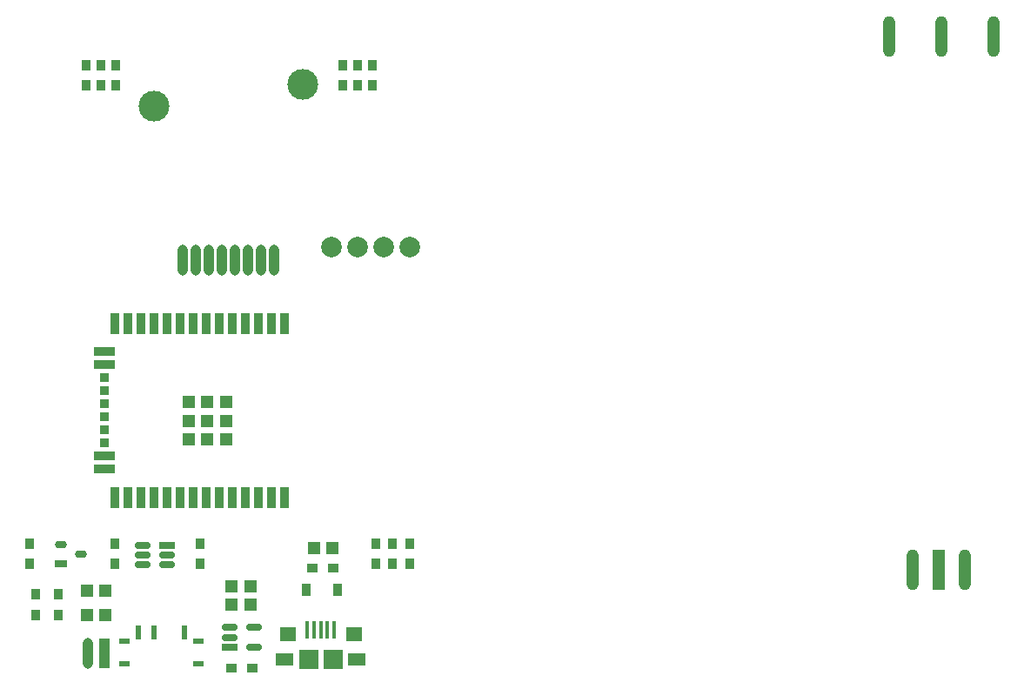
<source format=gbp>
G04*
G04 #@! TF.GenerationSoftware,Altium Limited,Altium Designer,21.2.1 (34)*
G04*
G04 Layer_Color=128*
%FSLAX43Y43*%
%MOMM*%
G71*
G04*
G04 #@! TF.SameCoordinates,D37F3DA0-8DBA-475A-B69E-14A0DF471598*
G04*
G04*
G04 #@! TF.FilePolarity,Positive*
G04*
G01*
G75*
%ADD17R,1.200X1.200*%
%ADD18R,1.900X1.900*%
%ADD19R,1.700X1.300*%
%ADD20R,1.600X1.400*%
%ADD21R,0.400X1.700*%
%ADD22R,1.300X1.300*%
%ADD23R,1.300X1.300*%
%ADD24R,0.900X2.000*%
%ADD25R,2.000X0.900*%
%ADD27R,1.000X0.950*%
%ADD33R,0.950X1.000*%
%ADD39O,1.200X4.000*%
%ADD73C,2.000*%
%ADD77R,1.200X4.000*%
%ADD78C,3.000*%
%ADD79O,1.000X3.000*%
%ADD80R,0.900X0.900*%
G04:AMPARAMS|DCode=81|XSize=1.2mm|YSize=0.7mm|CornerRadius=0.35mm|HoleSize=0mm|Usage=FLASHONLY|Rotation=0.000|XOffset=0mm|YOffset=0mm|HoleType=Round|Shape=RoundedRectangle|*
%AMROUNDEDRECTD81*
21,1,1.200,0.000,0,0,0.0*
21,1,0.500,0.700,0,0,0.0*
1,1,0.700,0.250,0.000*
1,1,0.700,-0.250,0.000*
1,1,0.700,-0.250,0.000*
1,1,0.700,0.250,0.000*
%
%ADD81ROUNDEDRECTD81*%
%ADD82R,1.200X0.700*%
%ADD83R,0.900X1.200*%
%ADD84R,0.900X1.200*%
%ADD85R,1.200X1.200*%
G04:AMPARAMS|DCode=86|XSize=1.6mm|YSize=0.7mm|CornerRadius=0.35mm|HoleSize=0mm|Usage=FLASHONLY|Rotation=180.000|XOffset=0mm|YOffset=0mm|HoleType=Round|Shape=RoundedRectangle|*
%AMROUNDEDRECTD86*
21,1,1.600,0.000,0,0,180.0*
21,1,0.900,0.700,0,0,180.0*
1,1,0.700,-0.450,0.000*
1,1,0.700,0.450,0.000*
1,1,0.700,0.450,0.000*
1,1,0.700,-0.450,0.000*
%
%ADD86ROUNDEDRECTD86*%
%ADD87R,1.600X0.700*%
%ADD88R,1.100X0.600*%
%ADD89R,0.500X1.400*%
%ADD90O,1.000X3.000*%
%ADD91R,1.000X3.000*%
D17*
X34814Y14884D02*
D03*
X33054D02*
D03*
X10956Y10770D02*
D03*
X12716D02*
D03*
X10956Y8407D02*
D03*
X12716D02*
D03*
D18*
X34925Y4098D02*
D03*
X32525D02*
D03*
D19*
X37254Y4095D02*
D03*
X30194D02*
D03*
D20*
X36925Y6548D02*
D03*
X30525D02*
D03*
D21*
X35025Y6973D02*
D03*
X34375D02*
D03*
X33725D02*
D03*
X33075D02*
D03*
X32425D02*
D03*
D22*
X20853Y29108D02*
D03*
X22696Y25468D02*
D03*
Y27303D02*
D03*
Y29138D02*
D03*
X24539Y29108D02*
D03*
D23*
X20853Y27273D02*
D03*
X20861Y25468D02*
D03*
X24531D02*
D03*
X24539Y27273D02*
D03*
D24*
X30196Y36803D02*
D03*
X28926D02*
D03*
X27656D02*
D03*
X26386D02*
D03*
X25116D02*
D03*
X23846D02*
D03*
X22576D02*
D03*
X21306D02*
D03*
X20036D02*
D03*
X18766D02*
D03*
X17496D02*
D03*
X16226D02*
D03*
X14956D02*
D03*
X13686D02*
D03*
D03*
Y19803D02*
D03*
X14956D02*
D03*
X16226D02*
D03*
X17496D02*
D03*
X18766D02*
D03*
X20036D02*
D03*
X21306D02*
D03*
X22576D02*
D03*
X23846D02*
D03*
X25116D02*
D03*
X26386D02*
D03*
X27656D02*
D03*
X28926D02*
D03*
X30196D02*
D03*
D03*
D25*
X12686Y34018D02*
D03*
Y32748D02*
D03*
Y23858D02*
D03*
Y22588D02*
D03*
D03*
D27*
X34934Y13015D02*
D03*
X32934D02*
D03*
X27050Y3282D02*
D03*
X25050D02*
D03*
D33*
X5356Y15376D02*
D03*
Y13376D02*
D03*
X8138Y10419D02*
D03*
Y8419D02*
D03*
X5979Y10419D02*
D03*
Y8419D02*
D03*
X42352Y13376D02*
D03*
Y15376D02*
D03*
X39075Y13376D02*
D03*
Y15376D02*
D03*
X40714Y13376D02*
D03*
Y15376D02*
D03*
X38755Y59944D02*
D03*
Y61944D02*
D03*
X37307Y59944D02*
D03*
Y61944D02*
D03*
X35859Y59944D02*
D03*
Y61944D02*
D03*
X13761Y59944D02*
D03*
Y61944D02*
D03*
X12313Y59944D02*
D03*
Y61944D02*
D03*
X10865Y59944D02*
D03*
Y61944D02*
D03*
X21956Y13372D02*
D03*
Y15372D02*
D03*
X13701Y13376D02*
D03*
Y15376D02*
D03*
D39*
X91317Y12826D02*
D03*
X96397D02*
D03*
X89034Y64714D02*
D03*
X94114D02*
D03*
X99194D02*
D03*
D73*
X42385Y44215D02*
D03*
X39845D02*
D03*
X37305D02*
D03*
X34765D02*
D03*
D77*
X93857Y12826D02*
D03*
D78*
X32004Y60046D02*
D03*
X17479Y57976D02*
D03*
D79*
X20289Y42976D02*
D03*
X21559D02*
D03*
X22829D02*
D03*
X24099D02*
D03*
X25369D02*
D03*
X26639D02*
D03*
X27909D02*
D03*
X29179D02*
D03*
D03*
D80*
X12686Y31478D02*
D03*
Y30208D02*
D03*
Y28938D02*
D03*
Y27668D02*
D03*
Y26398D02*
D03*
Y25128D02*
D03*
D81*
X10378Y14326D02*
D03*
X8421Y15241D02*
D03*
D82*
Y13411D02*
D03*
D83*
X32309Y10871D02*
D03*
D84*
X35357D02*
D03*
D85*
X26924Y11218D02*
D03*
Y9458D02*
D03*
X25070Y11218D02*
D03*
Y9458D02*
D03*
D86*
X16408Y14224D02*
D03*
Y15174D02*
D03*
Y13274D02*
D03*
X18741D02*
D03*
Y14224D02*
D03*
X24871Y6233D02*
D03*
Y7183D02*
D03*
X27203D02*
D03*
Y5283D02*
D03*
D87*
X18741Y15174D02*
D03*
X24871Y5283D02*
D03*
D88*
X21831Y5844D02*
D03*
Y3664D02*
D03*
X14631Y5844D02*
D03*
Y3654D02*
D03*
D89*
X15981Y6724D02*
D03*
X17481D02*
D03*
X20481D02*
D03*
D90*
X11024Y4674D02*
D03*
D91*
X12649D02*
D03*
M02*

</source>
